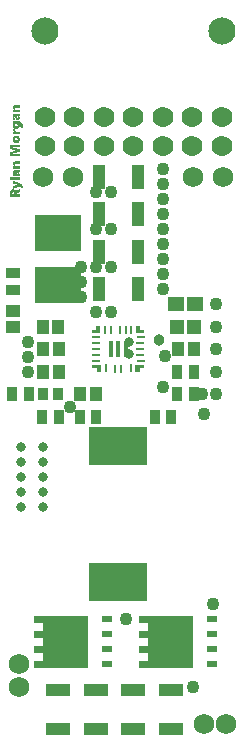
<source format=gbr>
%TF.GenerationSoftware,Altium Limited,Altium Designer,24.8.2 (39)*%
G04 Layer_Color=8388736*
%FSLAX45Y45*%
%MOMM*%
%TF.SameCoordinates,E8BDA5DE-7BDE-4699-8ED0-D138E9546F0F*%
%TF.FilePolarity,Negative*%
%TF.FileFunction,Soldermask,Top*%
%TF.Part,Single*%
G01*
G75*
%TA.AperFunction,SMDPad,CuDef*%
%ADD10C,0.25875*%
%ADD11C,0.28969*%
%ADD12C,0.33231*%
%ADD13C,0.30637*%
G04:AMPARAMS|DCode=14|XSize=0.375mm|YSize=1.425mm|CornerRadius=0.05062mm|HoleSize=0mm|Usage=FLASHONLY|Rotation=180.000|XOffset=0mm|YOffset=0mm|HoleType=Round|Shape=RoundedRectangle|*
%AMROUNDEDRECTD14*
21,1,0.37500,1.32375,0,0,180.0*
21,1,0.27375,1.42500,0,0,180.0*
1,1,0.10125,-0.13688,0.66188*
1,1,0.10125,0.13688,0.66188*
1,1,0.10125,0.13688,-0.66188*
1,1,0.10125,-0.13688,-0.66188*
%
%ADD14ROUNDEDRECTD14*%
G04:AMPARAMS|DCode=15|XSize=0.25mm|YSize=0.6mm|CornerRadius=0.05mm|HoleSize=0mm|Usage=FLASHONLY|Rotation=180.000|XOffset=0mm|YOffset=0mm|HoleType=Round|Shape=RoundedRectangle|*
%AMROUNDEDRECTD15*
21,1,0.25000,0.50000,0,0,180.0*
21,1,0.15000,0.60000,0,0,180.0*
1,1,0.10000,-0.07500,0.25000*
1,1,0.10000,0.07500,0.25000*
1,1,0.10000,0.07500,-0.25000*
1,1,0.10000,-0.07500,-0.25000*
%
%ADD15ROUNDEDRECTD15*%
G04:AMPARAMS|DCode=16|XSize=0.25mm|YSize=0.675mm|CornerRadius=0.05mm|HoleSize=0mm|Usage=FLASHONLY|Rotation=180.000|XOffset=0mm|YOffset=0mm|HoleType=Round|Shape=RoundedRectangle|*
%AMROUNDEDRECTD16*
21,1,0.25000,0.57500,0,0,180.0*
21,1,0.15000,0.67500,0,0,180.0*
1,1,0.10000,-0.07500,0.28750*
1,1,0.10000,0.07500,0.28750*
1,1,0.10000,0.07500,-0.28750*
1,1,0.10000,-0.07500,-0.28750*
%
%ADD16ROUNDEDRECTD16*%
G04:AMPARAMS|DCode=17|XSize=0.25mm|YSize=0.625mm|CornerRadius=0.05mm|HoleSize=0mm|Usage=FLASHONLY|Rotation=180.000|XOffset=0mm|YOffset=0mm|HoleType=Round|Shape=RoundedRectangle|*
%AMROUNDEDRECTD17*
21,1,0.25000,0.52500,0,0,180.0*
21,1,0.15000,0.62500,0,0,180.0*
1,1,0.10000,-0.07500,0.26250*
1,1,0.10000,0.07500,0.26250*
1,1,0.10000,0.07500,-0.26250*
1,1,0.10000,-0.07500,-0.26250*
%
%ADD17ROUNDEDRECTD17*%
G04:AMPARAMS|DCode=18|XSize=0.725mm|YSize=0.25mm|CornerRadius=0.05mm|HoleSize=0mm|Usage=FLASHONLY|Rotation=180.000|XOffset=0mm|YOffset=0mm|HoleType=Round|Shape=RoundedRectangle|*
%AMROUNDEDRECTD18*
21,1,0.72500,0.15000,0,0,180.0*
21,1,0.62500,0.25000,0,0,180.0*
1,1,0.10000,-0.31250,0.07500*
1,1,0.10000,0.31250,0.07500*
1,1,0.10000,0.31250,-0.07500*
1,1,0.10000,-0.31250,-0.07500*
%
%ADD18ROUNDEDRECTD18*%
G04:AMPARAMS|DCode=19|XSize=0.6mm|YSize=0.25mm|CornerRadius=0.05mm|HoleSize=0mm|Usage=FLASHONLY|Rotation=180.000|XOffset=0mm|YOffset=0mm|HoleType=Round|Shape=RoundedRectangle|*
%AMROUNDEDRECTD19*
21,1,0.60000,0.15000,0,0,180.0*
21,1,0.50000,0.25000,0,0,180.0*
1,1,0.10000,-0.25000,0.07500*
1,1,0.10000,0.25000,0.07500*
1,1,0.10000,0.25000,-0.07500*
1,1,0.10000,-0.25000,-0.07500*
%
%ADD19ROUNDEDRECTD19*%
%ADD23R,0.85000X0.50000*%
%ADD24R,1.10000X2.05000*%
%ADD27R,2.05000X1.10000*%
%ADD33R,4.00000X3.10000*%
%ADD34R,4.95300X3.22600*%
%ADD45R,1.00320X1.15320*%
%TA.AperFunction,ConnectorPad*%
%ADD46R,1.25320X1.10320*%
%TA.AperFunction,SMDPad,CuDef*%
%ADD47R,1.35320X1.25320*%
%ADD48R,1.15320X1.25320*%
%ADD49R,0.86360X1.16840*%
%ADD50R,1.16840X0.86360*%
%ADD51R,1.10320X1.20320*%
%ADD52R,0.90320X1.05320*%
%ADD53R,1.10320X1.25320*%
%ADD54C,0.96520*%
%TA.AperFunction,ComponentPad*%
%ADD55C,1.76320*%
%ADD56C,2.30320*%
%TA.AperFunction,ViaPad*%
%ADD57C,1.72720*%
%ADD58C,0.83820*%
%ADD59C,1.09220*%
G36*
X1768782Y8581742D02*
X1737684D01*
X1737613D01*
X1737473D01*
X1737191D01*
X1736839D01*
X1736347Y8581671D01*
X1735854D01*
X1734729Y8581530D01*
X1733462Y8581319D01*
X1732196Y8581038D01*
X1731000Y8580686D01*
X1730507Y8580405D01*
X1730015Y8580123D01*
X1729944Y8580053D01*
X1729663Y8579842D01*
X1729311Y8579420D01*
X1728818Y8578857D01*
X1728396Y8578153D01*
X1728045Y8577309D01*
X1727763Y8576254D01*
X1727693Y8574987D01*
Y8574846D01*
X1727763Y8574495D01*
X1727833Y8573932D01*
X1727974Y8573228D01*
X1728326Y8572454D01*
X1728748Y8571680D01*
X1729311Y8570906D01*
X1730155Y8570203D01*
X1730296Y8570132D01*
X1730577Y8569921D01*
X1731140Y8569640D01*
X1731844Y8569359D01*
X1732688Y8569077D01*
X1733744Y8568796D01*
X1734940Y8568585D01*
X1736276Y8568514D01*
X1768782D01*
Y8544733D01*
X1711651D01*
Y8568514D01*
X1720587D01*
Y8568725D01*
X1720516D01*
X1720376Y8568866D01*
X1720094Y8569007D01*
X1719813Y8569218D01*
X1719391Y8569499D01*
X1718898Y8569851D01*
X1717843Y8570766D01*
X1716576Y8571821D01*
X1715310Y8573088D01*
X1714114Y8574635D01*
X1712988Y8576324D01*
Y8576394D01*
X1712847Y8576535D01*
X1712707Y8576816D01*
X1712566Y8577168D01*
X1712355Y8577590D01*
X1712144Y8578153D01*
X1711862Y8578716D01*
X1711581Y8579420D01*
X1711088Y8580968D01*
X1710666Y8582727D01*
X1710385Y8584697D01*
X1710244Y8586737D01*
Y8587229D01*
X1710314Y8587581D01*
Y8588003D01*
X1710385Y8588496D01*
X1710596Y8589692D01*
X1710948Y8591099D01*
X1711510Y8592717D01*
X1712214Y8594406D01*
X1713199Y8596165D01*
X1713762Y8597009D01*
X1714465Y8597854D01*
X1715239Y8598768D01*
X1716013Y8599612D01*
X1716928Y8600386D01*
X1717913Y8601160D01*
X1719039Y8601934D01*
X1720235Y8602568D01*
X1721572Y8603201D01*
X1722979Y8603764D01*
X1724456Y8604326D01*
X1726145Y8604749D01*
X1727904Y8605030D01*
X1729804Y8605311D01*
X1731774Y8605452D01*
X1733955Y8605523D01*
X1768782D01*
Y8581742D01*
D02*
G37*
G36*
Y8512298D02*
X1760057D01*
Y8512017D01*
X1760198Y8511946D01*
X1760480Y8511735D01*
X1760972Y8511454D01*
X1761605Y8510961D01*
X1762379Y8510328D01*
X1763294Y8509625D01*
X1764209Y8508780D01*
X1765123Y8507725D01*
X1766038Y8506599D01*
X1766953Y8505333D01*
X1767867Y8503855D01*
X1768571Y8502307D01*
X1769274Y8500619D01*
X1769767Y8498789D01*
X1770048Y8496749D01*
X1770189Y8494638D01*
Y8493864D01*
X1770119Y8493302D01*
X1770048Y8492598D01*
X1769908Y8491824D01*
X1769767Y8490980D01*
X1769556Y8489995D01*
X1768993Y8488025D01*
X1768641Y8486969D01*
X1768149Y8485914D01*
X1767586Y8484859D01*
X1766953Y8483803D01*
X1766249Y8482889D01*
X1765405Y8481974D01*
X1765334Y8481904D01*
X1765194Y8481763D01*
X1764912Y8481552D01*
X1764560Y8481270D01*
X1764068Y8480919D01*
X1763435Y8480567D01*
X1762801Y8480145D01*
X1762027Y8479722D01*
X1761113Y8479300D01*
X1760198Y8478878D01*
X1759143Y8478526D01*
X1757947Y8478175D01*
X1756751Y8477893D01*
X1755484Y8477682D01*
X1754077Y8477541D01*
X1752599Y8477471D01*
X1752529D01*
X1752388D01*
X1752177D01*
X1751896Y8477541D01*
X1751474D01*
X1751052Y8477612D01*
X1749926Y8477823D01*
X1748589Y8478104D01*
X1747112Y8478526D01*
X1745564Y8479230D01*
X1743875Y8480074D01*
X1742116Y8481130D01*
X1741272Y8481763D01*
X1740428Y8482537D01*
X1739654Y8483311D01*
X1738809Y8484155D01*
X1738035Y8485140D01*
X1737261Y8486195D01*
X1736558Y8487321D01*
X1735925Y8488517D01*
X1735291Y8489854D01*
X1734729Y8491261D01*
X1734236Y8492809D01*
X1733744Y8494427D01*
X1733392Y8496186D01*
X1733110Y8498086D01*
X1731211Y8512298D01*
X1731070D01*
X1730718Y8512228D01*
X1730226Y8512157D01*
X1729592Y8512017D01*
X1728889Y8511665D01*
X1728115Y8511243D01*
X1727341Y8510610D01*
X1726637Y8509765D01*
X1726567Y8509625D01*
X1726356Y8509273D01*
X1726075Y8508710D01*
X1725723Y8508006D01*
X1725371Y8507021D01*
X1725090Y8505825D01*
X1724878Y8504488D01*
X1724808Y8503011D01*
Y8502026D01*
X1724878Y8501322D01*
X1724949Y8500478D01*
X1725090Y8499423D01*
X1725301Y8498227D01*
X1725512Y8496890D01*
X1725793Y8495412D01*
X1726145Y8493864D01*
X1726567Y8492246D01*
X1727130Y8490487D01*
X1727763Y8488658D01*
X1728467Y8486758D01*
X1729311Y8484788D01*
X1730296Y8482818D01*
X1714888D01*
Y8482889D01*
X1714817Y8483029D01*
X1714677Y8483311D01*
X1714536Y8483662D01*
X1714395Y8484085D01*
X1714184Y8484647D01*
X1713973Y8485281D01*
X1713692Y8485984D01*
X1713480Y8486758D01*
X1713199Y8487673D01*
X1712918Y8488588D01*
X1712636Y8489643D01*
X1712073Y8491894D01*
X1711581Y8494357D01*
Y8494427D01*
X1711510Y8494638D01*
X1711440Y8495060D01*
X1711370Y8495553D01*
X1711299Y8496116D01*
X1711159Y8496819D01*
X1711018Y8497593D01*
X1710877Y8498438D01*
X1710666Y8500337D01*
X1710455Y8502378D01*
X1710314Y8504348D01*
X1710244Y8506318D01*
Y8506951D01*
X1710314Y8507725D01*
Y8508710D01*
X1710455Y8509906D01*
X1710596Y8511243D01*
X1710736Y8512791D01*
X1711018Y8514409D01*
X1711370Y8516098D01*
X1711792Y8517856D01*
X1712284Y8519545D01*
X1712918Y8521304D01*
X1713621Y8522993D01*
X1714465Y8524540D01*
X1715380Y8526018D01*
X1716506Y8527355D01*
X1716576Y8527425D01*
X1716787Y8527636D01*
X1717139Y8527988D01*
X1717702Y8528410D01*
X1718406Y8528903D01*
X1719250Y8529466D01*
X1720235Y8530028D01*
X1721431Y8530662D01*
X1722768Y8531295D01*
X1724316Y8531858D01*
X1726004Y8532421D01*
X1727904Y8532913D01*
X1729944Y8533335D01*
X1732196Y8533687D01*
X1734658Y8533898D01*
X1737261Y8533968D01*
X1768782D01*
Y8512298D01*
D02*
G37*
G36*
X1761957Y8469098D02*
X1762379D01*
X1763505Y8469028D01*
X1764912Y8468887D01*
X1766530Y8468606D01*
X1768289Y8468324D01*
X1770189Y8467902D01*
X1772159Y8467339D01*
X1774270Y8466636D01*
X1776380Y8465792D01*
X1778491Y8464807D01*
X1780602Y8463610D01*
X1782642Y8462203D01*
X1784542Y8460585D01*
X1786371Y8458756D01*
X1786442Y8458615D01*
X1786793Y8458263D01*
X1787216Y8457700D01*
X1787778Y8456856D01*
X1788482Y8455730D01*
X1789256Y8454464D01*
X1790100Y8452916D01*
X1790945Y8451087D01*
X1791859Y8449117D01*
X1792704Y8446865D01*
X1793477Y8444332D01*
X1794111Y8441659D01*
X1794744Y8438704D01*
X1795166Y8435538D01*
X1795448Y8432160D01*
X1795588Y8428572D01*
Y8427165D01*
X1795518Y8426602D01*
Y8425969D01*
X1795448Y8425265D01*
X1795377Y8423717D01*
X1795236Y8421959D01*
X1795025Y8420059D01*
X1794744Y8418159D01*
Y8418089D01*
X1794674Y8417948D01*
Y8417667D01*
X1794603Y8417315D01*
X1794533Y8416963D01*
X1794392Y8416471D01*
X1794181Y8415415D01*
X1793900Y8414219D01*
X1793618Y8413023D01*
X1793196Y8411968D01*
X1792844Y8411053D01*
X1774199D01*
Y8411123D01*
X1774270Y8411194D01*
X1774410Y8411405D01*
X1774551Y8411686D01*
X1774973Y8412390D01*
X1775466Y8413445D01*
X1776029Y8414641D01*
X1776592Y8416048D01*
X1777154Y8417596D01*
X1777717Y8419355D01*
Y8419426D01*
X1777788Y8419566D01*
X1777858Y8419848D01*
X1777928Y8420200D01*
X1778069Y8420622D01*
X1778139Y8421114D01*
X1778421Y8422240D01*
X1778702Y8423577D01*
X1778913Y8425054D01*
X1779054Y8426532D01*
X1779124Y8427939D01*
Y8428713D01*
X1779054Y8429276D01*
X1778984Y8429909D01*
X1778913Y8430683D01*
X1778773Y8431598D01*
X1778632Y8432512D01*
X1778210Y8434553D01*
X1777506Y8436663D01*
X1777014Y8437719D01*
X1776521Y8438774D01*
X1775958Y8439759D01*
X1775255Y8440674D01*
X1775184Y8440744D01*
X1775044Y8440885D01*
X1774833Y8441096D01*
X1774551Y8441448D01*
X1774129Y8441799D01*
X1773707Y8442222D01*
X1773144Y8442644D01*
X1772511Y8443136D01*
X1771807Y8443558D01*
X1771104Y8443981D01*
X1769345Y8444755D01*
X1768360Y8445106D01*
X1767375Y8445317D01*
X1766249Y8445458D01*
X1765123Y8445528D01*
X1761605D01*
Y8445247D01*
X1761676D01*
X1761746Y8445106D01*
X1761957Y8444966D01*
X1762239Y8444755D01*
X1762942Y8444192D01*
X1763857Y8443418D01*
X1764842Y8442433D01*
X1765897Y8441237D01*
X1766953Y8439829D01*
X1767867Y8438211D01*
Y8438141D01*
X1767938Y8438000D01*
X1768078Y8437789D01*
X1768219Y8437437D01*
X1768430Y8437015D01*
X1768571Y8436523D01*
X1768782Y8435960D01*
X1768993Y8435327D01*
X1769485Y8433849D01*
X1769837Y8432231D01*
X1770119Y8430472D01*
X1770189Y8428572D01*
Y8428080D01*
X1770119Y8427517D01*
X1770048Y8426743D01*
X1769978Y8425828D01*
X1769767Y8424773D01*
X1769556Y8423577D01*
X1769204Y8422240D01*
X1768852Y8420903D01*
X1768289Y8419426D01*
X1767726Y8418018D01*
X1766953Y8416541D01*
X1766108Y8415134D01*
X1765053Y8413727D01*
X1763857Y8412390D01*
X1762520Y8411123D01*
X1762450Y8411053D01*
X1762168Y8410842D01*
X1761746Y8410561D01*
X1761113Y8410138D01*
X1760339Y8409646D01*
X1759354Y8409083D01*
X1758298Y8408520D01*
X1756962Y8407957D01*
X1755555Y8407324D01*
X1754007Y8406761D01*
X1752248Y8406198D01*
X1750348Y8405706D01*
X1748308Y8405284D01*
X1746127Y8405002D01*
X1743805Y8404791D01*
X1741342Y8404721D01*
X1741201D01*
X1740920D01*
X1740428D01*
X1739794Y8404791D01*
X1739020D01*
X1738035Y8404932D01*
X1736980Y8405002D01*
X1735854Y8405143D01*
X1734588Y8405284D01*
X1733321Y8405565D01*
X1730577Y8406128D01*
X1727763Y8406972D01*
X1726356Y8407465D01*
X1725019Y8408028D01*
X1724949Y8408098D01*
X1724738Y8408168D01*
X1724316Y8408379D01*
X1723823Y8408661D01*
X1723260Y8409013D01*
X1722557Y8409435D01*
X1721783Y8409927D01*
X1721009Y8410490D01*
X1719250Y8411827D01*
X1717420Y8413375D01*
X1715662Y8415275D01*
X1714888Y8416330D01*
X1714114Y8417385D01*
X1714043Y8417456D01*
X1713973Y8417667D01*
X1713762Y8418018D01*
X1713480Y8418441D01*
X1713199Y8419003D01*
X1712918Y8419637D01*
X1712566Y8420411D01*
X1712144Y8421255D01*
X1711792Y8422240D01*
X1711440Y8423225D01*
X1710877Y8425476D01*
X1710385Y8427939D01*
X1710314Y8429205D01*
X1710244Y8430542D01*
Y8430964D01*
X1710314Y8431457D01*
X1710385Y8432160D01*
X1710455Y8433005D01*
X1710596Y8433919D01*
X1710877Y8434975D01*
X1711159Y8436100D01*
X1711510Y8437226D01*
X1712003Y8438493D01*
X1712636Y8439689D01*
X1713340Y8440885D01*
X1714184Y8442081D01*
X1715169Y8443207D01*
X1716295Y8444262D01*
X1717561Y8445247D01*
Y8445528D01*
X1711651D01*
Y8469169D01*
X1760831D01*
X1760902D01*
X1761042D01*
X1761254D01*
X1761535D01*
X1761957Y8469098D01*
D02*
G37*
G36*
X1731985Y8400359D02*
X1731914Y8400148D01*
X1731774Y8399866D01*
X1731633Y8399444D01*
X1731492Y8398881D01*
X1731281Y8398248D01*
X1731140Y8397544D01*
X1730929Y8396700D01*
Y8396630D01*
X1730859Y8396348D01*
X1730718Y8395926D01*
X1730648Y8395363D01*
X1730437Y8394167D01*
X1730366Y8393534D01*
Y8392479D01*
X1730437Y8391916D01*
X1730577Y8391142D01*
X1730789Y8390227D01*
X1731070Y8389242D01*
X1731492Y8388187D01*
X1732055Y8387131D01*
X1732759Y8386006D01*
X1733673Y8384950D01*
X1734799Y8383965D01*
X1736136Y8383051D01*
X1737684Y8382277D01*
X1739513Y8381714D01*
X1740498Y8381503D01*
X1741624Y8381362D01*
X1742749Y8381292D01*
X1744016Y8381221D01*
X1768782D01*
Y8357440D01*
X1711651D01*
Y8381221D01*
X1721712D01*
Y8381432D01*
X1721642D01*
X1721501Y8381503D01*
X1721220Y8381643D01*
X1720798Y8381854D01*
X1720376Y8382066D01*
X1719883Y8382347D01*
X1718687Y8383051D01*
X1717350Y8383895D01*
X1716013Y8384950D01*
X1714677Y8386217D01*
X1713551Y8387624D01*
Y8387694D01*
X1713410Y8387835D01*
X1713269Y8388046D01*
X1713129Y8388327D01*
X1712847Y8388750D01*
X1712636Y8389172D01*
X1712355Y8389735D01*
X1712073Y8390297D01*
X1711581Y8391705D01*
X1711088Y8393252D01*
X1710807Y8395011D01*
X1710666Y8396981D01*
Y8397685D01*
X1710736Y8398178D01*
X1710948Y8399303D01*
X1711370Y8400429D01*
X1731985D01*
Y8400359D01*
D02*
G37*
G36*
X1740639Y8348575D02*
X1741624Y8348505D01*
X1742820Y8348364D01*
X1744227Y8348153D01*
X1745845Y8347942D01*
X1747534Y8347520D01*
X1749293Y8347098D01*
X1751122Y8346535D01*
X1753022Y8345761D01*
X1754921Y8344917D01*
X1756821Y8343931D01*
X1758580Y8342735D01*
X1760339Y8341399D01*
X1761957Y8339851D01*
X1762027Y8339780D01*
X1762309Y8339429D01*
X1762731Y8338936D01*
X1763224Y8338232D01*
X1763857Y8337318D01*
X1764560Y8336262D01*
X1765334Y8334996D01*
X1766038Y8333519D01*
X1766812Y8331900D01*
X1767586Y8330071D01*
X1768289Y8328031D01*
X1768923Y8325849D01*
X1769415Y8323528D01*
X1769837Y8320995D01*
X1770119Y8318321D01*
X1770189Y8315437D01*
Y8314381D01*
X1770119Y8313959D01*
X1770048Y8312833D01*
X1769908Y8311567D01*
X1769767Y8310019D01*
X1769485Y8308330D01*
X1769204Y8306571D01*
X1768782Y8304601D01*
X1768219Y8302631D01*
X1767586Y8300661D01*
X1766812Y8298621D01*
X1765897Y8296651D01*
X1764842Y8294681D01*
X1763575Y8292852D01*
X1762168Y8291163D01*
X1762098Y8291093D01*
X1761816Y8290811D01*
X1761324Y8290389D01*
X1760691Y8289826D01*
X1759846Y8289193D01*
X1758861Y8288419D01*
X1757665Y8287645D01*
X1756328Y8286871D01*
X1754851Y8286027D01*
X1753162Y8285253D01*
X1751333Y8284549D01*
X1749363Y8283846D01*
X1747252Y8283283D01*
X1744930Y8282861D01*
X1742538Y8282579D01*
X1739935Y8282509D01*
X1739794D01*
X1739513D01*
X1739020D01*
X1738387Y8282579D01*
X1737613Y8282650D01*
X1736699Y8282720D01*
X1735643Y8282861D01*
X1734517Y8283001D01*
X1733321Y8283213D01*
X1732055Y8283494D01*
X1730718Y8283846D01*
X1729381Y8284198D01*
X1728045Y8284690D01*
X1726708Y8285183D01*
X1725371Y8285816D01*
X1724105Y8286519D01*
X1724034Y8286590D01*
X1723823Y8286730D01*
X1723471Y8286942D01*
X1722979Y8287293D01*
X1722416Y8287715D01*
X1721783Y8288208D01*
X1721079Y8288841D01*
X1720305Y8289474D01*
X1719531Y8290248D01*
X1718687Y8291163D01*
X1717772Y8292078D01*
X1716928Y8293133D01*
X1716084Y8294259D01*
X1715310Y8295455D01*
X1714536Y8296792D01*
X1713832Y8298128D01*
X1713762Y8298199D01*
X1713692Y8298480D01*
X1713480Y8298902D01*
X1713269Y8299465D01*
X1712988Y8300169D01*
X1712707Y8301083D01*
X1712355Y8302068D01*
X1712003Y8303194D01*
X1711721Y8304390D01*
X1711370Y8305727D01*
X1711088Y8307134D01*
X1710807Y8308682D01*
X1710596Y8310300D01*
X1710385Y8311989D01*
X1710314Y8313748D01*
X1710244Y8315577D01*
Y8316562D01*
X1710314Y8317266D01*
X1710385Y8318180D01*
X1710455Y8319165D01*
X1710525Y8320291D01*
X1710736Y8321558D01*
X1710948Y8322894D01*
X1711159Y8324302D01*
X1711862Y8327257D01*
X1712284Y8328805D01*
X1712777Y8330282D01*
X1713340Y8331760D01*
X1714043Y8333167D01*
X1714114Y8333237D01*
X1714184Y8333519D01*
X1714395Y8333870D01*
X1714747Y8334363D01*
X1715099Y8334996D01*
X1715591Y8335770D01*
X1716084Y8336544D01*
X1716717Y8337388D01*
X1717420Y8338303D01*
X1718194Y8339218D01*
X1719109Y8340203D01*
X1720024Y8341188D01*
X1721009Y8342102D01*
X1722064Y8343017D01*
X1723260Y8343861D01*
X1724456Y8344635D01*
X1724527Y8344705D01*
X1724738Y8344776D01*
X1725090Y8344987D01*
X1725582Y8345268D01*
X1726215Y8345550D01*
X1726989Y8345902D01*
X1727833Y8346253D01*
X1728748Y8346675D01*
X1729804Y8347027D01*
X1731000Y8347379D01*
X1732196Y8347731D01*
X1733462Y8348012D01*
X1734869Y8348294D01*
X1736276Y8348505D01*
X1737684Y8348575D01*
X1739231Y8348645D01*
X1739302D01*
X1739372D01*
X1739583D01*
X1739865D01*
X1740639Y8348575D01*
D02*
G37*
G36*
X1768782Y8247682D02*
X1724949D01*
X1724878D01*
X1724667D01*
X1724316D01*
X1723893D01*
X1723260D01*
X1722627D01*
X1721783D01*
X1720938Y8247752D01*
X1719953D01*
X1718898D01*
X1717772Y8247822D01*
X1716576D01*
X1714043Y8247893D01*
X1711370Y8248034D01*
X1707641Y8248174D01*
Y8247541D01*
X1707711D01*
X1708063Y8247471D01*
X1708555Y8247400D01*
X1709189Y8247260D01*
X1709963Y8247119D01*
X1710807Y8246908D01*
X1711792Y8246767D01*
X1712777Y8246556D01*
X1714958Y8246134D01*
X1717139Y8245641D01*
X1718124Y8245430D01*
X1719109Y8245219D01*
X1719953Y8245008D01*
X1720727Y8244797D01*
X1768782Y8233047D01*
Y8210392D01*
X1721290Y8198079D01*
X1721220D01*
X1721079Y8198009D01*
X1720798Y8197939D01*
X1720516Y8197868D01*
X1720094Y8197798D01*
X1719602Y8197728D01*
X1718898Y8197587D01*
X1718124Y8197446D01*
X1717209Y8197235D01*
X1716084Y8197024D01*
X1714817Y8196743D01*
X1713340Y8196531D01*
X1711651Y8196180D01*
X1709751Y8195828D01*
X1707641Y8195476D01*
Y8194773D01*
X1707711D01*
X1707852D01*
X1708133D01*
X1708485Y8194843D01*
X1708907D01*
X1709400D01*
X1709963Y8194913D01*
X1710666D01*
X1712144Y8194984D01*
X1713832Y8195054D01*
X1715662Y8195124D01*
X1717632Y8195195D01*
X1721642Y8195335D01*
X1723612Y8195406D01*
X1725512Y8195476D01*
X1727200Y8195546D01*
X1728748Y8195617D01*
X1729452D01*
X1730085D01*
X1730648D01*
X1731140D01*
X1768782D01*
Y8174439D01*
X1688785D01*
Y8210533D01*
X1732266Y8221509D01*
X1732336D01*
X1732547Y8221579D01*
X1732899Y8221649D01*
X1733462Y8221790D01*
X1734166Y8221931D01*
X1735151Y8222071D01*
X1736347Y8222283D01*
X1737754Y8222494D01*
X1737824D01*
X1737965D01*
X1738176Y8222564D01*
X1738458Y8222634D01*
X1739161Y8222705D01*
X1740076Y8222845D01*
X1741061Y8222986D01*
X1742116Y8223127D01*
X1743101Y8223268D01*
X1744016Y8223338D01*
Y8223690D01*
X1743945D01*
X1743805D01*
X1743523Y8223760D01*
X1743101Y8223830D01*
X1742609D01*
X1742046Y8223971D01*
X1741342Y8224041D01*
X1740639Y8224112D01*
X1739794Y8224253D01*
X1738880Y8224393D01*
X1737895Y8224534D01*
X1736839Y8224745D01*
X1734517Y8225097D01*
X1732055Y8225589D01*
X1688785Y8235862D01*
Y8271463D01*
X1768782D01*
Y8247682D01*
D02*
G37*
G36*
Y8105981D02*
X1737684D01*
X1737613D01*
X1737473D01*
X1737191D01*
X1736839D01*
X1736347Y8105910D01*
X1735854D01*
X1734729Y8105770D01*
X1733462Y8105559D01*
X1732196Y8105277D01*
X1731000Y8104925D01*
X1730507Y8104644D01*
X1730015Y8104363D01*
X1729944Y8104292D01*
X1729663Y8104081D01*
X1729311Y8103659D01*
X1728818Y8103096D01*
X1728396Y8102392D01*
X1728045Y8101548D01*
X1727763Y8100493D01*
X1727693Y8099226D01*
Y8099086D01*
X1727763Y8098734D01*
X1727833Y8098171D01*
X1727974Y8097467D01*
X1728326Y8096693D01*
X1728748Y8095920D01*
X1729311Y8095146D01*
X1730155Y8094442D01*
X1730296Y8094372D01*
X1730577Y8094161D01*
X1731140Y8093879D01*
X1731844Y8093598D01*
X1732688Y8093316D01*
X1733744Y8093035D01*
X1734940Y8092824D01*
X1736276Y8092753D01*
X1768782D01*
Y8068972D01*
X1711651D01*
Y8092753D01*
X1720587D01*
Y8092965D01*
X1720516D01*
X1720376Y8093105D01*
X1720094Y8093246D01*
X1719813Y8093457D01*
X1719391Y8093738D01*
X1718898Y8094090D01*
X1717843Y8095005D01*
X1716576Y8096060D01*
X1715310Y8097327D01*
X1714114Y8098875D01*
X1712988Y8100563D01*
Y8100634D01*
X1712847Y8100774D01*
X1712707Y8101056D01*
X1712566Y8101407D01*
X1712355Y8101830D01*
X1712144Y8102392D01*
X1711862Y8102955D01*
X1711581Y8103659D01*
X1711088Y8105207D01*
X1710666Y8106966D01*
X1710385Y8108936D01*
X1710244Y8110976D01*
Y8111469D01*
X1710314Y8111820D01*
Y8112243D01*
X1710385Y8112735D01*
X1710596Y8113931D01*
X1710948Y8115338D01*
X1711510Y8116957D01*
X1712214Y8118645D01*
X1713199Y8120404D01*
X1713762Y8121248D01*
X1714465Y8122093D01*
X1715239Y8123007D01*
X1716013Y8123852D01*
X1716928Y8124626D01*
X1717913Y8125400D01*
X1719039Y8126173D01*
X1720235Y8126807D01*
X1721572Y8127440D01*
X1722979Y8128003D01*
X1724456Y8128566D01*
X1726145Y8128988D01*
X1727904Y8129269D01*
X1729804Y8129551D01*
X1731774Y8129691D01*
X1733955Y8129762D01*
X1768782D01*
Y8105981D01*
D02*
G37*
G36*
Y8036537D02*
X1760057D01*
Y8036256D01*
X1760198Y8036186D01*
X1760480Y8035975D01*
X1760972Y8035693D01*
X1761605Y8035201D01*
X1762379Y8034567D01*
X1763294Y8033864D01*
X1764209Y8033019D01*
X1765123Y8031964D01*
X1766038Y8030838D01*
X1766953Y8029572D01*
X1767867Y8028094D01*
X1768571Y8026547D01*
X1769274Y8024858D01*
X1769767Y8023029D01*
X1770048Y8020988D01*
X1770189Y8018878D01*
Y8018104D01*
X1770119Y8017541D01*
X1770048Y8016837D01*
X1769908Y8016063D01*
X1769767Y8015219D01*
X1769556Y8014234D01*
X1768993Y8012264D01*
X1768641Y8011209D01*
X1768149Y8010153D01*
X1767586Y8009098D01*
X1766953Y8008042D01*
X1766249Y8007128D01*
X1765405Y8006213D01*
X1765334Y8006143D01*
X1765194Y8006002D01*
X1764912Y8005791D01*
X1764560Y8005510D01*
X1764068Y8005158D01*
X1763435Y8004806D01*
X1762801Y8004384D01*
X1762027Y8003962D01*
X1761113Y8003539D01*
X1760198Y8003117D01*
X1759143Y8002766D01*
X1757947Y8002414D01*
X1756751Y8002132D01*
X1755484Y8001921D01*
X1754077Y8001781D01*
X1752599Y8001710D01*
X1752529D01*
X1752388D01*
X1752177D01*
X1751896Y8001781D01*
X1751474D01*
X1751052Y8001851D01*
X1749926Y8002062D01*
X1748589Y8002343D01*
X1747112Y8002766D01*
X1745564Y8003469D01*
X1743875Y8004313D01*
X1742116Y8005369D01*
X1741272Y8006002D01*
X1740428Y8006776D01*
X1739654Y8007550D01*
X1738809Y8008394D01*
X1738035Y8009379D01*
X1737261Y8010435D01*
X1736558Y8011560D01*
X1735925Y8012756D01*
X1735291Y8014093D01*
X1734729Y8015500D01*
X1734236Y8017048D01*
X1733744Y8018666D01*
X1733392Y8020425D01*
X1733110Y8022325D01*
X1731211Y8036537D01*
X1731070D01*
X1730718Y8036467D01*
X1730226Y8036397D01*
X1729592Y8036256D01*
X1728889Y8035904D01*
X1728115Y8035482D01*
X1727341Y8034849D01*
X1726637Y8034005D01*
X1726567Y8033864D01*
X1726356Y8033512D01*
X1726075Y8032949D01*
X1725723Y8032246D01*
X1725371Y8031261D01*
X1725090Y8030064D01*
X1724878Y8028728D01*
X1724808Y8027250D01*
Y8026265D01*
X1724878Y8025562D01*
X1724949Y8024717D01*
X1725090Y8023662D01*
X1725301Y8022466D01*
X1725512Y8021129D01*
X1725793Y8019651D01*
X1726145Y8018104D01*
X1726567Y8016485D01*
X1727130Y8014726D01*
X1727763Y8012897D01*
X1728467Y8010997D01*
X1729311Y8009027D01*
X1730296Y8007057D01*
X1714888D01*
Y8007128D01*
X1714817Y8007268D01*
X1714677Y8007550D01*
X1714536Y8007902D01*
X1714395Y8008324D01*
X1714184Y8008887D01*
X1713973Y8009520D01*
X1713692Y8010224D01*
X1713480Y8010997D01*
X1713199Y8011912D01*
X1712918Y8012827D01*
X1712636Y8013882D01*
X1712073Y8016134D01*
X1711581Y8018596D01*
Y8018666D01*
X1711510Y8018878D01*
X1711440Y8019300D01*
X1711370Y8019792D01*
X1711299Y8020355D01*
X1711159Y8021059D01*
X1711018Y8021833D01*
X1710877Y8022677D01*
X1710666Y8024577D01*
X1710455Y8026617D01*
X1710314Y8028587D01*
X1710244Y8030557D01*
Y8031190D01*
X1710314Y8031964D01*
Y8032949D01*
X1710455Y8034145D01*
X1710596Y8035482D01*
X1710736Y8037030D01*
X1711018Y8038648D01*
X1711370Y8040337D01*
X1711792Y8042096D01*
X1712284Y8043784D01*
X1712918Y8045543D01*
X1713621Y8047232D01*
X1714465Y8048780D01*
X1715380Y8050257D01*
X1716506Y8051594D01*
X1716576Y8051664D01*
X1716787Y8051875D01*
X1717139Y8052227D01*
X1717702Y8052649D01*
X1718406Y8053142D01*
X1719250Y8053705D01*
X1720235Y8054268D01*
X1721431Y8054901D01*
X1722768Y8055534D01*
X1724316Y8056097D01*
X1726004Y8056660D01*
X1727904Y8057152D01*
X1729944Y8057574D01*
X1732196Y8057926D01*
X1734658Y8058137D01*
X1737261Y8058208D01*
X1768782D01*
Y8036537D01*
D02*
G37*
G36*
Y7969697D02*
X1684212D01*
Y7993478D01*
X1768782D01*
Y7969697D01*
D02*
G37*
G36*
X1770330Y7944017D02*
X1770400D01*
X1770470Y7943946D01*
X1770681Y7943876D01*
X1770893Y7943806D01*
X1771596Y7943524D01*
X1772511Y7943172D01*
X1773637Y7942680D01*
X1774903Y7942117D01*
X1776310Y7941484D01*
X1777788Y7940780D01*
X1779406Y7939936D01*
X1780954Y7939021D01*
X1782572Y7938036D01*
X1784190Y7936981D01*
X1785738Y7935925D01*
X1787145Y7934729D01*
X1788482Y7933463D01*
X1789678Y7932196D01*
X1789749Y7932126D01*
X1789960Y7931845D01*
X1790241Y7931493D01*
X1790593Y7930930D01*
X1791015Y7930297D01*
X1791578Y7929453D01*
X1792070Y7928538D01*
X1792633Y7927482D01*
X1793196Y7926286D01*
X1793689Y7924950D01*
X1794181Y7923542D01*
X1794674Y7922065D01*
X1795025Y7920447D01*
X1795307Y7918758D01*
X1795518Y7916929D01*
X1795588Y7915099D01*
Y7914537D01*
X1795518Y7913833D01*
Y7912989D01*
X1795448Y7911863D01*
X1795307Y7910667D01*
X1795166Y7909330D01*
X1794955Y7907923D01*
Y7907782D01*
X1794885Y7907571D01*
X1794814Y7907290D01*
X1794744Y7906516D01*
X1794533Y7905601D01*
X1794322Y7904546D01*
X1793970Y7903420D01*
X1793689Y7902224D01*
X1793266Y7901098D01*
X1775395D01*
X1775466Y7901169D01*
X1775536Y7901380D01*
X1775747Y7901661D01*
X1776029Y7902083D01*
X1776310Y7902716D01*
X1776592Y7903420D01*
X1776943Y7904194D01*
X1777295Y7905179D01*
X1777366Y7905320D01*
X1777436Y7905672D01*
X1777577Y7906164D01*
X1777717Y7906868D01*
X1777928Y7907712D01*
X1778069Y7908556D01*
X1778139Y7909471D01*
X1778210Y7910385D01*
Y7910667D01*
X1778139Y7911019D01*
Y7911441D01*
X1778069Y7912004D01*
X1777928Y7912637D01*
X1777577Y7913974D01*
X1777295Y7914748D01*
X1776943Y7915451D01*
X1776521Y7916225D01*
X1775958Y7916929D01*
X1775395Y7917562D01*
X1774692Y7918195D01*
X1773848Y7918758D01*
X1772933Y7919180D01*
X1768571Y7921080D01*
X1711651Y7897229D01*
Y7923472D01*
X1739231Y7930367D01*
X1739302D01*
X1739583Y7930438D01*
X1739935Y7930578D01*
X1740498Y7930719D01*
X1741061Y7930860D01*
X1741764Y7931000D01*
X1743383Y7931423D01*
X1745142Y7931774D01*
X1746830Y7932126D01*
X1747604Y7932267D01*
X1748378Y7932408D01*
X1749011Y7932478D01*
X1749574Y7932548D01*
Y7932759D01*
X1749504D01*
X1749363Y7932830D01*
X1749082D01*
X1748800Y7932900D01*
X1747956Y7933041D01*
X1746900Y7933252D01*
X1746760D01*
X1746549Y7933322D01*
X1746127Y7933463D01*
X1745493Y7933604D01*
X1745142Y7933674D01*
X1744649Y7933815D01*
X1744086Y7933885D01*
X1743453Y7934096D01*
X1742749Y7934237D01*
X1741905Y7934448D01*
X1740990Y7934659D01*
X1740005Y7934940D01*
X1738880Y7935152D01*
X1737613Y7935503D01*
X1736276Y7935855D01*
X1734729Y7936207D01*
X1733110Y7936559D01*
X1731351Y7937051D01*
X1729452Y7937473D01*
X1727411Y7937966D01*
X1725230Y7938529D01*
X1722838Y7939162D01*
X1720305Y7939795D01*
X1717632Y7940428D01*
X1714747Y7941132D01*
X1711651Y7941906D01*
Y7965054D01*
X1770330Y7944017D01*
D02*
G37*
G36*
X1768782Y7869789D02*
X1751544Y7863809D01*
X1751474D01*
X1751333Y7863738D01*
X1751052Y7863597D01*
X1750700Y7863527D01*
X1750278Y7863316D01*
X1749785Y7863105D01*
X1748659Y7862612D01*
X1747393Y7861909D01*
X1746056Y7861135D01*
X1744790Y7860291D01*
X1743594Y7859306D01*
X1743453Y7859165D01*
X1743101Y7858813D01*
X1742679Y7858250D01*
X1742116Y7857547D01*
X1741553Y7856632D01*
X1741131Y7855647D01*
X1740779Y7854521D01*
X1740639Y7853325D01*
Y7852411D01*
X1768782D01*
Y7828278D01*
X1688785D01*
Y7861838D01*
X1688855Y7862401D01*
Y7862964D01*
X1688926Y7864371D01*
X1689066Y7865990D01*
X1689277Y7867749D01*
X1689488Y7869648D01*
X1689770Y7871618D01*
X1690122Y7873659D01*
X1690614Y7875769D01*
X1691107Y7877810D01*
X1691740Y7879780D01*
X1692514Y7881679D01*
X1693358Y7883438D01*
X1694343Y7885057D01*
X1694413Y7885127D01*
X1694624Y7885408D01*
X1694906Y7885831D01*
X1695398Y7886323D01*
X1695961Y7886886D01*
X1696665Y7887590D01*
X1697509Y7888293D01*
X1698424Y7889067D01*
X1699550Y7889841D01*
X1700746Y7890545D01*
X1702153Y7891248D01*
X1703630Y7891811D01*
X1705178Y7892374D01*
X1706937Y7892726D01*
X1708837Y7893007D01*
X1710807Y7893077D01*
X1710877D01*
X1711159D01*
X1711581D01*
X1712144Y7893007D01*
X1712918Y7892937D01*
X1713692Y7892796D01*
X1714606Y7892655D01*
X1715591Y7892515D01*
X1717772Y7891952D01*
X1718968Y7891530D01*
X1720094Y7891107D01*
X1721290Y7890545D01*
X1722486Y7889911D01*
X1723612Y7889208D01*
X1724667Y7888363D01*
X1724738Y7888293D01*
X1724878Y7888152D01*
X1725160Y7887871D01*
X1725582Y7887519D01*
X1726004Y7887027D01*
X1726567Y7886393D01*
X1727130Y7885690D01*
X1727763Y7884916D01*
X1728396Y7884001D01*
X1729100Y7882946D01*
X1729733Y7881820D01*
X1730366Y7880624D01*
X1731000Y7879217D01*
X1731633Y7877810D01*
X1732196Y7876262D01*
X1732688Y7874573D01*
X1732970D01*
Y7874644D01*
X1733040Y7874784D01*
X1733110Y7875066D01*
X1733251Y7875418D01*
X1733462Y7875840D01*
X1733673Y7876332D01*
X1734166Y7877528D01*
X1734869Y7878865D01*
X1735784Y7880272D01*
X1736839Y7881679D01*
X1738035Y7883016D01*
X1738106Y7883087D01*
X1738176Y7883157D01*
X1738387Y7883368D01*
X1738669Y7883579D01*
X1739091Y7883861D01*
X1739513Y7884212D01*
X1740076Y7884634D01*
X1740639Y7885057D01*
X1741342Y7885479D01*
X1742116Y7885971D01*
X1742960Y7886464D01*
X1743875Y7887027D01*
X1744930Y7887519D01*
X1745986Y7888012D01*
X1747182Y7888575D01*
X1748448Y7889067D01*
X1768782Y7896947D01*
Y7869789D01*
D02*
G37*
G36*
X2783500Y6735400D02*
X2784494D01*
X2786332Y6734639D01*
X2787739Y6733232D01*
X2788500Y6731394D01*
Y6730400D01*
X2788500Y6730400D01*
Y6700400D01*
X2818500Y6700400D01*
X2819494D01*
X2821332Y6699639D01*
X2822739Y6698232D01*
X2823500Y6696394D01*
Y6695400D01*
X2823500Y6695400D01*
X2823500Y6682900D01*
X2823500Y6681905D01*
X2822739Y6680068D01*
X2821332Y6678661D01*
X2819494Y6677900D01*
X2818500Y6677900D01*
X2758500D01*
X2757505Y6677900D01*
X2755668Y6678661D01*
X2754261Y6680068D01*
X2753500Y6681905D01*
X2753500Y6682900D01*
Y6682900D01*
Y6730400D01*
X2753500Y6731394D01*
X2754261Y6733232D01*
X2755668Y6734639D01*
X2757505Y6735400D01*
X2758500Y6735400D01*
Y6735400D01*
X2783500Y6735400D01*
D02*
G37*
G36*
X2451332Y6734639D02*
X2452739Y6733232D01*
X2453500Y6731394D01*
X2453500Y6730400D01*
X2453500Y6682900D01*
X2453500D01*
X2453500Y6681905D01*
X2452739Y6680067D01*
X2451332Y6678661D01*
X2449494Y6677900D01*
X2448500Y6677900D01*
X2388500Y6677900D01*
Y6677900D01*
X2387505D01*
X2385668Y6678661D01*
X2384261Y6680068D01*
X2383500Y6681905D01*
X2383500Y6682900D01*
X2383500Y6695400D01*
X2383500Y6695400D01*
Y6696394D01*
X2384261Y6698232D01*
X2385668Y6699639D01*
X2387506Y6700400D01*
X2388500D01*
X2418500Y6700400D01*
Y6730400D01*
Y6731394D01*
X2419261Y6733232D01*
X2420668Y6734639D01*
X2422505Y6735400D01*
X2423500D01*
X2448500Y6735400D01*
X2448500Y6735400D01*
X2449494Y6735400D01*
X2451332Y6734639D01*
D02*
G37*
G36*
X2458833Y6402239D02*
X2460239Y6400832D01*
X2461000Y6398995D01*
X2461000Y6398000D01*
X2461000Y6350500D01*
X2461000Y6350500D01*
Y6349505D01*
X2460238Y6347668D01*
X2458832Y6346261D01*
X2456994Y6345500D01*
X2456000D01*
X2426000Y6345500D01*
Y6345500D01*
X2425006D01*
X2423168Y6346261D01*
X2421761Y6347668D01*
X2421000Y6349505D01*
Y6350500D01*
X2421000Y6380500D01*
X2387506D01*
X2385668Y6381261D01*
X2384261Y6382668D01*
X2383500Y6384505D01*
Y6385500D01*
X2383500Y6398000D01*
X2383500D01*
X2383500Y6398994D01*
X2384261Y6400832D01*
X2385668Y6402239D01*
X2387505Y6403000D01*
X2388500Y6403000D01*
X2456000Y6403000D01*
Y6403000D01*
X2456995Y6403000D01*
X2458833Y6402239D01*
D02*
G37*
G36*
X2821332D02*
X2822739Y6400832D01*
X2823500Y6398995D01*
X2823500Y6398000D01*
X2823500D01*
X2823500Y6385500D01*
Y6384505D01*
X2822739Y6382668D01*
X2821332Y6381261D01*
X2819494Y6380500D01*
X2786000D01*
X2786000Y6350500D01*
Y6349505D01*
X2785239Y6347668D01*
X2783832Y6346261D01*
X2781994Y6345500D01*
X2781000D01*
X2781000Y6345500D01*
X2751000D01*
X2750005Y6345500D01*
X2748167Y6346261D01*
X2746761Y6347668D01*
X2746000Y6349505D01*
X2746000Y6350500D01*
X2746000Y6350500D01*
Y6398000D01*
X2746000Y6398994D01*
X2746761Y6400832D01*
X2748168Y6402239D01*
X2750005Y6403000D01*
X2751000Y6403000D01*
X2751000Y6403000D01*
X2818500D01*
X2819494Y6403000D01*
X2821332Y6402239D01*
D02*
G37*
G36*
X3234000Y3843500D02*
X2779000D01*
Y3903500D01*
X2859000D01*
Y3970500D01*
X2779000D01*
Y4030500D01*
X2859000D01*
Y4097500D01*
X2779000D01*
Y4157500D01*
X2859000D01*
Y4224500D01*
X2779000D01*
Y4284500D01*
X3234000D01*
Y3843500D01*
D02*
G37*
G36*
X2345000D02*
X1890000D01*
Y3903500D01*
X1970000D01*
Y3970500D01*
X1890000D01*
Y4030500D01*
X1970000D01*
Y4097500D01*
X1890000D01*
Y4157500D01*
X1970000D01*
Y4224500D01*
X1890000D01*
Y4284500D01*
X2345000D01*
Y3843500D01*
D02*
G37*
%LPC*%
G36*
X1744860Y8512298D02*
X1742679D01*
X1743805Y8504277D01*
Y8504207D01*
X1743875Y8503996D01*
X1743945Y8503715D01*
X1744016Y8503363D01*
X1744368Y8502378D01*
X1744860Y8501322D01*
X1745634Y8500197D01*
X1746619Y8499212D01*
X1747182Y8498860D01*
X1747886Y8498578D01*
X1748589Y8498367D01*
X1749433Y8498297D01*
X1749504D01*
X1749785D01*
X1750278Y8498367D01*
X1750770Y8498508D01*
X1751403Y8498649D01*
X1752037Y8498860D01*
X1752670Y8499212D01*
X1753233Y8499704D01*
X1753303Y8499774D01*
X1753444Y8499986D01*
X1753725Y8500337D01*
X1753936Y8500759D01*
X1754218Y8501393D01*
X1754499Y8502096D01*
X1754640Y8502941D01*
X1754710Y8503926D01*
Y8504277D01*
X1754640Y8504559D01*
X1754570Y8505262D01*
X1754358Y8506107D01*
X1754007Y8507021D01*
X1753585Y8508077D01*
X1752881Y8509062D01*
X1751966Y8509976D01*
X1751826Y8510047D01*
X1751474Y8510328D01*
X1750841Y8510680D01*
X1750067Y8511172D01*
X1749011Y8511595D01*
X1747815Y8511946D01*
X1746408Y8512228D01*
X1744860Y8512298D01*
D02*
G37*
G36*
X1740639Y8445880D02*
X1738669D01*
X1738598D01*
X1738458D01*
X1738176D01*
X1737824D01*
X1737402Y8445810D01*
X1736910Y8445740D01*
X1735784Y8445599D01*
X1734517Y8445317D01*
X1733181Y8444966D01*
X1731914Y8444403D01*
X1730718Y8443629D01*
X1730648D01*
X1730577Y8443558D01*
X1730226Y8443207D01*
X1729733Y8442714D01*
X1729170Y8442011D01*
X1728678Y8441166D01*
X1728185Y8440181D01*
X1727833Y8438985D01*
X1727693Y8438352D01*
Y8437297D01*
X1727763Y8437015D01*
X1727904Y8436241D01*
X1728115Y8435327D01*
X1728537Y8434342D01*
X1729170Y8433286D01*
X1729592Y8432723D01*
X1730085Y8432231D01*
X1730648Y8431738D01*
X1731281Y8431246D01*
X1731351D01*
X1731422Y8431175D01*
X1731633Y8431035D01*
X1731914Y8430894D01*
X1732266Y8430683D01*
X1732759Y8430472D01*
X1733251Y8430261D01*
X1733814Y8430050D01*
X1735221Y8429628D01*
X1736839Y8429205D01*
X1738739Y8428924D01*
X1740850Y8428854D01*
X1740920D01*
X1741061D01*
X1741342D01*
X1741764D01*
X1742187Y8428924D01*
X1742749Y8428994D01*
X1744016Y8429135D01*
X1745423Y8429346D01*
X1746830Y8429698D01*
X1748237Y8430190D01*
X1749574Y8430824D01*
X1749715Y8430894D01*
X1750067Y8431246D01*
X1750629Y8431668D01*
X1751192Y8432372D01*
X1751755Y8433286D01*
X1752318Y8434342D01*
X1752670Y8435678D01*
X1752740Y8436382D01*
X1752811Y8437156D01*
Y8437578D01*
X1752740Y8437859D01*
X1752599Y8438563D01*
X1752388Y8439478D01*
X1751966Y8440533D01*
X1751403Y8441588D01*
X1750559Y8442644D01*
X1750067Y8443136D01*
X1749504Y8443558D01*
X1749433D01*
X1749363Y8443629D01*
X1749152Y8443769D01*
X1748871Y8443910D01*
X1748589Y8444121D01*
X1748167Y8444262D01*
X1747182Y8444755D01*
X1745915Y8445177D01*
X1744368Y8445528D01*
X1742609Y8445810D01*
X1740639Y8445880D01*
D02*
G37*
G36*
X1740568Y8324513D02*
X1739372D01*
X1739231D01*
X1738880D01*
X1738317Y8324442D01*
X1737543Y8324372D01*
X1736628Y8324231D01*
X1735643Y8324020D01*
X1734588Y8323739D01*
X1733462Y8323387D01*
X1732407Y8322894D01*
X1731351Y8322332D01*
X1730366Y8321628D01*
X1729452Y8320713D01*
X1728678Y8319728D01*
X1728115Y8318532D01*
X1727763Y8317125D01*
X1727622Y8315577D01*
Y8315225D01*
X1727693Y8314733D01*
X1727833Y8314170D01*
X1727974Y8313537D01*
X1728256Y8312763D01*
X1728678Y8311919D01*
X1729170Y8311145D01*
X1729804Y8310300D01*
X1730648Y8309456D01*
X1731633Y8308682D01*
X1732829Y8308049D01*
X1734236Y8307486D01*
X1735854Y8306994D01*
X1737754Y8306712D01*
X1738809Y8306642D01*
X1739935D01*
X1740076D01*
X1740498D01*
X1741131Y8306712D01*
X1741975Y8306782D01*
X1742890Y8306923D01*
X1744016Y8307134D01*
X1745142Y8307416D01*
X1746338Y8307767D01*
X1747604Y8308260D01*
X1748730Y8308823D01*
X1749856Y8309597D01*
X1750770Y8310441D01*
X1751614Y8311496D01*
X1752248Y8312693D01*
X1752670Y8314100D01*
X1752740Y8314803D01*
X1752811Y8315648D01*
Y8315999D01*
X1752740Y8316492D01*
X1752599Y8317055D01*
X1752388Y8317688D01*
X1752107Y8318462D01*
X1751685Y8319236D01*
X1751122Y8320080D01*
X1750418Y8320924D01*
X1749504Y8321698D01*
X1748448Y8322472D01*
X1747112Y8323106D01*
X1745634Y8323668D01*
X1743805Y8324161D01*
X1742820Y8324302D01*
X1741764Y8324442D01*
X1740568Y8324513D01*
D02*
G37*
G36*
X1744860Y8036537D02*
X1742679D01*
X1743805Y8028517D01*
Y8028446D01*
X1743875Y8028235D01*
X1743945Y8027954D01*
X1744016Y8027602D01*
X1744368Y8026617D01*
X1744860Y8025562D01*
X1745634Y8024436D01*
X1746619Y8023451D01*
X1747182Y8023099D01*
X1747886Y8022818D01*
X1748589Y8022607D01*
X1749433Y8022536D01*
X1749504D01*
X1749785D01*
X1750278Y8022607D01*
X1750770Y8022747D01*
X1751403Y8022888D01*
X1752037Y8023099D01*
X1752670Y8023451D01*
X1753233Y8023943D01*
X1753303Y8024014D01*
X1753444Y8024225D01*
X1753725Y8024577D01*
X1753936Y8024999D01*
X1754218Y8025632D01*
X1754499Y8026335D01*
X1754640Y8027180D01*
X1754710Y8028165D01*
Y8028517D01*
X1754640Y8028798D01*
X1754570Y8029502D01*
X1754358Y8030346D01*
X1754007Y8031261D01*
X1753585Y8032316D01*
X1752881Y8033301D01*
X1751966Y8034216D01*
X1751826Y8034286D01*
X1751474Y8034567D01*
X1750841Y8034919D01*
X1750067Y8035412D01*
X1749011Y8035834D01*
X1747815Y8036186D01*
X1746408Y8036467D01*
X1744860Y8036537D01*
D02*
G37*
G36*
X1714184Y7867467D02*
X1714114D01*
X1713973D01*
X1713762D01*
X1713551Y7867397D01*
X1712777Y7867326D01*
X1711862Y7867186D01*
X1710877Y7866834D01*
X1709822Y7866412D01*
X1708766Y7865849D01*
X1707852Y7865005D01*
X1707781Y7864864D01*
X1707500Y7864512D01*
X1707078Y7863949D01*
X1706656Y7863105D01*
X1706234Y7862050D01*
X1705811Y7860713D01*
X1705530Y7859165D01*
X1705460Y7857336D01*
Y7852411D01*
X1723753D01*
Y7857195D01*
X1723682Y7857476D01*
Y7857898D01*
X1723612Y7858391D01*
X1723401Y7859517D01*
X1723119Y7860713D01*
X1722627Y7862050D01*
X1721994Y7863316D01*
X1721079Y7864512D01*
X1720938Y7864653D01*
X1720587Y7865005D01*
X1720024Y7865427D01*
X1719179Y7865990D01*
X1718194Y7866552D01*
X1716998Y7866975D01*
X1715662Y7867326D01*
X1714184Y7867467D01*
D02*
G37*
%LPD*%
D10*
X2439125Y6721025D02*
D03*
D11*
X2769594Y6695869D02*
D03*
D12*
X2439438Y6381438D02*
D03*
D13*
X2769594Y6385031D02*
D03*
D14*
X2541000Y6540500D02*
D03*
X2603500D02*
D03*
X2666000D02*
D03*
D15*
X2628500Y6375500D02*
D03*
X2578500D02*
D03*
D16*
X2708500Y6379250D02*
D03*
X2498500D02*
D03*
D17*
X2491000Y6704250D02*
D03*
X2541000D02*
D03*
X2616000D02*
D03*
X2666000D02*
D03*
X2716000D02*
D03*
D18*
X2419750Y6490500D02*
D03*
Y6540500D02*
D03*
Y6590500D02*
D03*
X2787250D02*
D03*
Y6540500D02*
D03*
Y6490500D02*
D03*
D19*
X2413500Y6440500D02*
D03*
Y6640500D02*
D03*
X2793500D02*
D03*
Y6440500D02*
D03*
D23*
X3401500Y4254500D02*
D03*
Y4127500D02*
D03*
Y4000500D02*
D03*
Y3873500D02*
D03*
X2512500Y4254500D02*
D03*
Y4127500D02*
D03*
Y4000500D02*
D03*
Y3873500D02*
D03*
D24*
X2768500Y7366000D02*
D03*
X2438500D02*
D03*
X2768500Y7048500D02*
D03*
X2438500D02*
D03*
X2768500Y8001000D02*
D03*
X2438500D02*
D03*
X2768500Y7683500D02*
D03*
X2438500D02*
D03*
D27*
X3048000Y3327500D02*
D03*
Y3657500D02*
D03*
X2730500Y3327500D02*
D03*
Y3657500D02*
D03*
X2413000Y3327500D02*
D03*
Y3657500D02*
D03*
X2095500Y3327500D02*
D03*
Y3657500D02*
D03*
D33*
Y7522500D02*
D03*
Y7082500D02*
D03*
D34*
X2603500Y5718800D02*
D03*
Y4568200D02*
D03*
D45*
X1969500Y6731000D02*
D03*
X2094500D02*
D03*
X2099500Y6540500D02*
D03*
X1964500D02*
D03*
D46*
X1714500Y6727000D02*
D03*
Y6862000D02*
D03*
D47*
X3257500Y6921500D02*
D03*
X3092500D02*
D03*
D48*
X3247500Y6731000D02*
D03*
X3102500D02*
D03*
D49*
X2914650Y5969000D02*
D03*
X3054350D02*
D03*
X1847850Y6159500D02*
D03*
X1708150D02*
D03*
X2101850Y5969000D02*
D03*
X1962150D02*
D03*
X2279650D02*
D03*
X2419350D02*
D03*
X3244850Y6350000D02*
D03*
X3105150D02*
D03*
X3244850Y6159500D02*
D03*
X3105150D02*
D03*
D50*
X1714500Y7181850D02*
D03*
Y7042150D02*
D03*
D51*
X2417000Y6159500D02*
D03*
X2282000D02*
D03*
D52*
X1969500D02*
D03*
X2094500D02*
D03*
D53*
X2099500Y6350000D02*
D03*
X1964500D02*
D03*
X3242500Y6540500D02*
D03*
X3107500D02*
D03*
D54*
X2946400Y6616700D02*
D03*
D55*
X1980500Y8259000D02*
D03*
X2230500D02*
D03*
X2480500D02*
D03*
X2730500D02*
D03*
X2980500D02*
D03*
X3230500D02*
D03*
X3480500D02*
D03*
X1980500Y8509000D02*
D03*
X2230500D02*
D03*
X2480500D02*
D03*
X2730500D02*
D03*
X2980500D02*
D03*
X3230500D02*
D03*
X3480500D02*
D03*
D56*
X3485500Y9231500D02*
D03*
X1988000D02*
D03*
D57*
X3492500Y8001000D02*
D03*
X3238500D02*
D03*
X3517900Y3365500D02*
D03*
X3327400D02*
D03*
X1765300Y3683000D02*
D03*
Y3873500D02*
D03*
X2222500Y8001000D02*
D03*
X1968500D02*
D03*
D58*
Y5207000D02*
D03*
X1778000D02*
D03*
X1968500Y5334000D02*
D03*
X1778000D02*
D03*
X1968500Y5461000D02*
D03*
X1778000D02*
D03*
Y5588000D02*
D03*
X1968500D02*
D03*
Y5715000D02*
D03*
X1778000D02*
D03*
X2692400Y6604000D02*
D03*
Y6502400D02*
D03*
D59*
X2194641Y6046587D02*
D03*
X3314700Y6159500D02*
D03*
X3327400Y5994400D02*
D03*
X3002918Y6478270D02*
D03*
X3238500Y3683000D02*
D03*
X3429000Y6159500D02*
D03*
Y6350000D02*
D03*
Y6540500D02*
D03*
Y6731000D02*
D03*
Y6921500D02*
D03*
X2667000Y4254500D02*
D03*
X3403600Y4381500D02*
D03*
X2984500Y6223000D02*
D03*
X1841500Y6350000D02*
D03*
Y6477000D02*
D03*
Y6604000D02*
D03*
X2540000Y6858000D02*
D03*
Y7239000D02*
D03*
Y7556500D02*
D03*
Y7874000D02*
D03*
X2413000Y7239000D02*
D03*
Y7556500D02*
D03*
Y7874000D02*
D03*
Y6858000D02*
D03*
X2286000Y6985000D02*
D03*
Y7112000D02*
D03*
Y7239000D02*
D03*
X2984500Y8064500D02*
D03*
Y7937500D02*
D03*
Y7683500D02*
D03*
Y7429500D02*
D03*
Y7175500D02*
D03*
Y7048500D02*
D03*
Y7302500D02*
D03*
Y7556500D02*
D03*
Y7810500D02*
D03*
%TF.MD5,431ef57b7bb0ea7615b62011e3ab01b3*%
M02*

</source>
